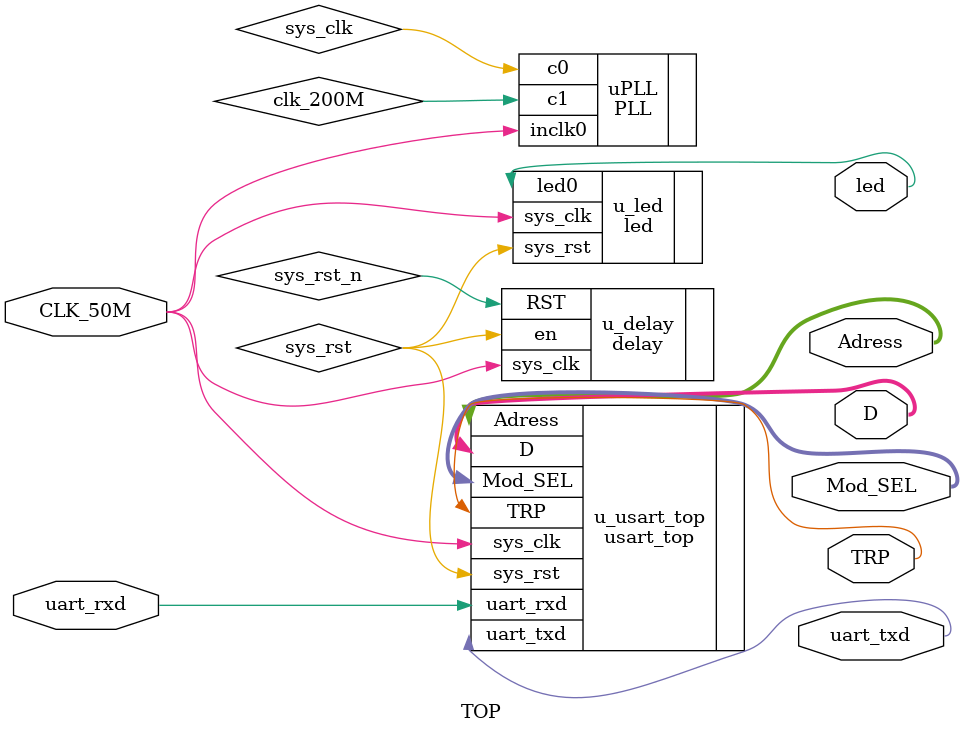
<source format=v>
module TOP(
    input                               CLK_50M                    ,//50MHZ
    input                               uart_rxd                   ,
    output                              uart_txd                   ,
    output                              led                        ,
    output             [23:0]           D                          ,
    output             [ 1:0]           Adress                     ,
    output             [ 5:0]           Mod_SEL                    ,
    output                              TRP                         
  );

wire                                    sys_clk                    ;
wire                                    sys_rst                    ;
wire                                    sys_rst_n                  ;
wire                                    clk_200M                   ;

  PLL uPLL(
    .inclk0                            (CLK_50M                   ),//50MHZ
    .c0                                (sys_clk                   ),//100MHZ
    .c1                                (clk_200M                  ) //200MHZ
      );

  delay u_delay(
    .sys_clk                           (CLK_50M                   ),
    .en                                (sys_rst                   ),//高电平使能
    .RST                               (sys_rst_n                 ) //低电平使能
        );

  led u_led(
    .sys_clk                           (CLK_50M                   ),
    .sys_rst                           (sys_rst                   ),//高电平使能
    .led0                              (led                       ) 
      );

  usart_top u_usart_top(
    .sys_clk                           (CLK_50M                   ),//50MHZ
    .sys_rst                           (sys_rst                   ),
    .uart_rxd                          (uart_rxd                  ),
    .uart_txd                          (uart_txd                  ),
    .Adress                            (Adress                    ),
    .Mod_SEL                           (Mod_SEL                   ),
    .D                                 (D                         ),
    .TRP                               (TRP                       ) 
            );
            
endmodule

</source>
